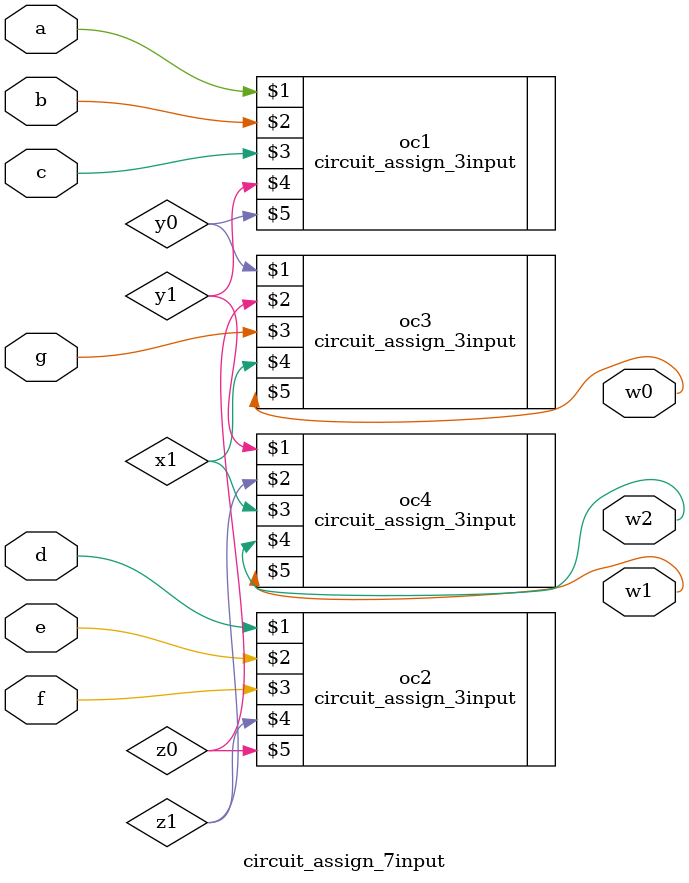
<source format=v>
 `timescale 1ns/1ns
module circuit_assign_7input(input a, b, c, d, e, f, g, output w2, w1, w0);
	wire y1, y0, z1, z0, x1;
	circuit_assign_3input oc1(a, b, c, y1, y0);
	circuit_assign_3input oc2(d, e, f, z1, z0);
	circuit_assign_3input oc3(y0, z0, g, x1, w0);
	circuit_assign_3input oc4(y1, z1, x1, w2, w1);
endmodule
</source>
